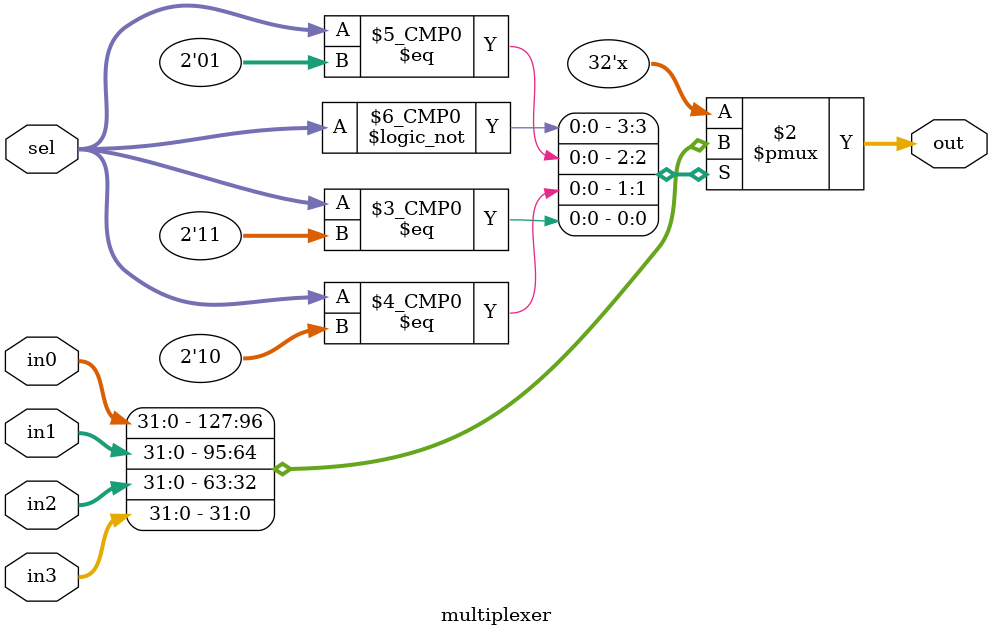
<source format=v>
module multiplexer #(
    parameter WIDTH = 32,
    parameter SEL_WIDTH = 2
) (
    input wire [SEL_WIDTH-1:0] sel,
    input wire [WIDTH-1:0] in0,
    input wire [WIDTH-1:0] in1,
    input wire [WIDTH-1:0] in2,
    input wire [WIDTH-1:0] in3,
    output reg [WIDTH-1:0] out
);

    always @(*) begin
        case (sel)
            2'b00: out = in0;
            2'b01: out = in1;
            2'b10: out = in2;
            2'b11: out = in3;
            default: out = {WIDTH{1'b0}};
        endcase
    end

endmodule 
</source>
